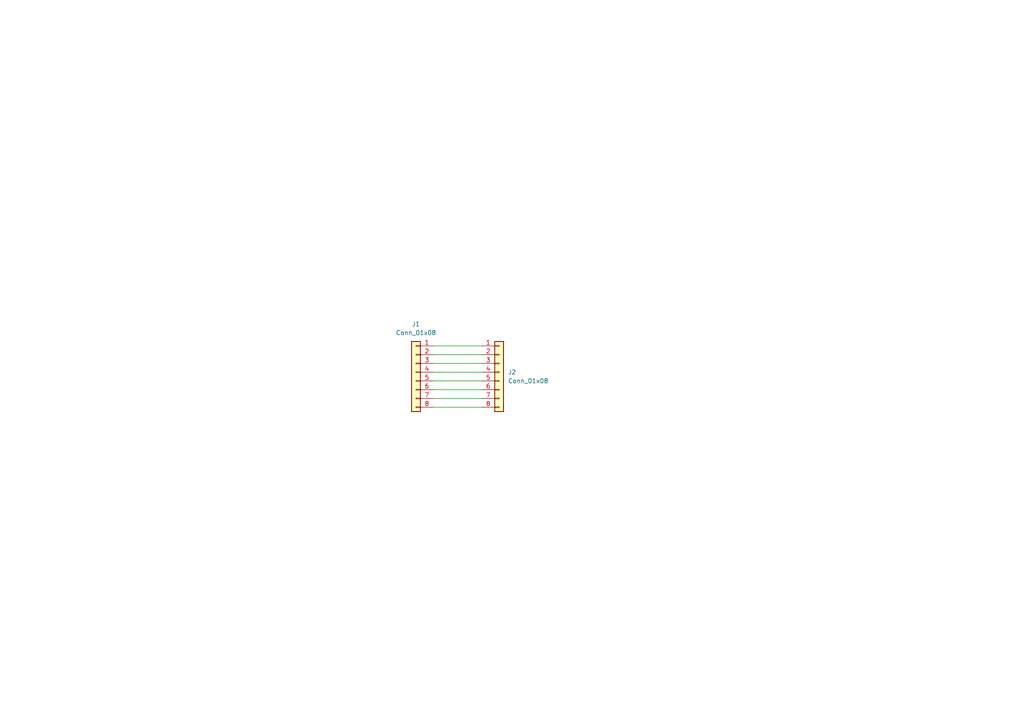
<source format=kicad_sch>
(kicad_sch (version 20211123) (generator eeschema)
  (paper "A4")
  (title_block (title "SOIC-8 5.23x5.23 to DIP") (date "2022-08-10") (rev "A"))
  (lib_symbols
    (symbol "Connector_Generic:Conn_01x08" (pin_names (offset 1.016) hide)
      (property "Reference" "J" (at 0 10.16 0))
      (property "Value" "Conn_01x08" (at 0 -12.7 0))
      (symbol "Conn_01x08_1_1"
        (rectangle (start -1.27 -10.033) (end 0 -10.287) (stroke (width 0.1524)))
        (rectangle (start -1.27 -7.493) (end 0 -7.747) (stroke (width 0.1524)))
        (rectangle (start -1.27 -4.953) (end 0 -5.207) (stroke (width 0.1524)))
        (rectangle (start -1.27 -2.413) (end 0 -2.667) (stroke (width 0.1524)))
        (rectangle (start -1.27 0.127) (end 0 -0.127) (stroke (width 0.1524)))
        (rectangle (start -1.27 2.667) (end 0 2.413) (stroke (width 0.1524)))
        (rectangle (start -1.27 5.207) (end 0 4.953) (stroke (width 0.1524)))
        (rectangle (start -1.27 7.747) (end 0 7.493) (stroke (width 0.1524)))
        (rectangle (start -1.27 8.89) (end 1.27 -11.43) (stroke (width 0.254)) (fill (type background)))
        (pin passive line (at -5.08 7.62 0) (length 3.81) (name "Pin_1") (number "1"))
        (pin passive line (at -5.08 5.08 0) (length 3.81) (name "Pin_2") (number "2"))
        (pin passive line (at -5.08 2.54 0) (length 3.81) (name "Pin_3") (number "3"))
        (pin passive line (at -5.08 0 0) (length 3.81) (name "Pin_4") (number "4"))
        (pin passive line (at -5.08 -2.54 0) (length 3.81) (name "Pin_5") (number "5"))
        (pin passive line (at -5.08 -5.08 0) (length 3.81) (name "Pin_6") (number "6"))
        (pin passive line (at -5.08 -7.62 0) (length 3.81) (name "Pin_7") (number "7"))
        (pin passive line (at -5.08 -10.16 0) (length 3.81) (name "Pin_8") (number "8"))
      )
    )
  )
  (wire (pts (xy 125.73 115.57) (xy 139.7 115.57)))
  (wire (pts (xy 125.73 110.49) (xy 139.7 110.49)))
  (wire (pts (xy 125.73 100.33) (xy 139.7 100.33)))
  (wire (pts (xy 125.73 105.41) (xy 139.7 105.41)))
  (wire (pts (xy 125.73 102.87) (xy 139.7 102.87)))
  (wire (pts (xy 125.73 113.03) (xy 139.7 113.03)))
  (wire (pts (xy 125.73 107.95) (xy 139.7 107.95)))
  (wire (pts (xy 125.73 118.11) (xy 139.7 118.11)))
  (symbol (lib_id "Connector_Generic:Conn_01x08") (at 120.65 107.95 0) (mirror y) (unit 1)
    (property "Reference" "J1" (at 120.65 93.98 0))
    (property "Value" "Conn_01x08" (at 120.65 96.52 0))
    (property "Footprint" "Package_DIP:DIP-8_W7.62mm" (effects hide))
  )
  (symbol (lib_id "Connector_Generic:Conn_01x08") (at 144.78 107.95 0) (unit 1)
    (property "Reference" "J2" (at 147.32 107.9499 0) (effects (justify left)))
    (property "Value" "Conn_01x08" (at 147.32 110.4899 0) (effects (justify left)))
    (property "Footprint" "Package_SO:SOIC-8_5.23x5.23mm_P1.27mm" (effects hide))
  )
)
</source>
